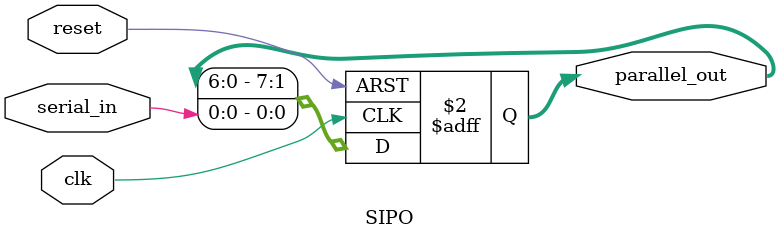
<source format=v>
`timescale 1ns / 1ps


module SIPO(
     input clk,
    input reset,
    input serial_in,
    output reg [7:0] parallel_out
     );
     always @(posedge clk or posedge reset) begin
        if (reset) 
            parallel_out <= 8'b0; 
        else
            parallel_out <= {parallel_out[6:0], serial_in}; 
    end
endmodule

</source>
